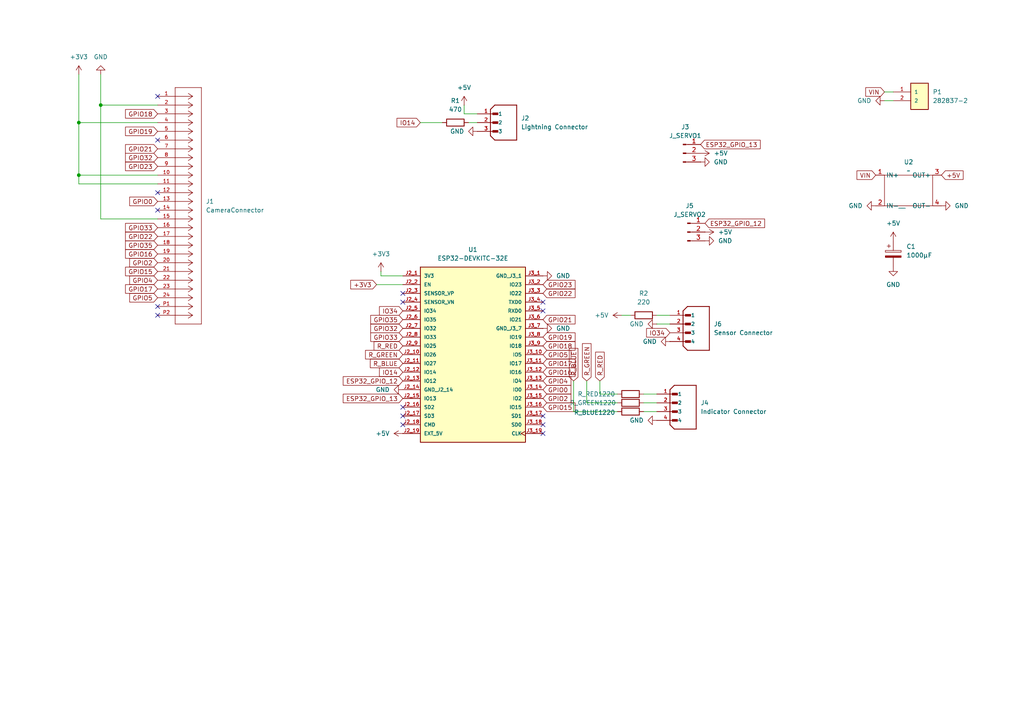
<source format=kicad_sch>
(kicad_sch (version 20250114) (generator "eeschema") (generator_version "9.0")
  (paper "A4")
  (lib_symbols
    (symbol "CameraConnector:5051102491" (pin_names (offset 1.016))
      (property "Reference" "J" (at 4.1656 5.3086 0))
      (property "Value" "5051102491" (at 4.8006 -31.5214 0))
      (symbol "5051102491_0_0"
        (polyline (pts (xy 5.08 2.54) (xy 5.08 -66.04)) (stroke (width 0.1524)))
        (polyline (pts (xy 5.08 -66.04) (xy 12.7 -66.04)) (stroke (width 0.1524)))
        (polyline (pts (xy 10.16 0) (xy 5.08 0)) (stroke (width 0.1524)))
        (polyline (pts (xy 10.16 0) (xy 8.89 0.8382)) (stroke (width 0.1524)))
        (polyline (pts (xy 10.16 0) (xy 8.89 -0.8382)) (stroke (width 0.1524)))
        (polyline (pts (xy 10.16 -2.54) (xy 5.08 -2.54)) (stroke (width 0.1524)))
        (polyline (pts (xy 10.16 -2.54) (xy 8.89 -1.7018)) (stroke (width 0.1524)))
        (polyline (pts (xy 10.16 -2.54) (xy 8.89 -3.3782)) (stroke (width 0.1524)))
        (polyline (pts (xy 10.16 -5.08) (xy 5.08 -5.08)) (stroke (width 0.1524)))
        (polyline (pts (xy 10.16 -5.08) (xy 8.89 -4.2418)) (stroke (width 0.1524)))
        (polyline (pts (xy 10.16 -5.08) (xy 8.89 -5.9182)) (stroke (width 0.1524)))
        (polyline (pts (xy 10.16 -7.62) (xy 5.08 -7.62)) (stroke (width 0.1524)))
        (polyline (pts (xy 10.16 -7.62) (xy 8.89 -6.7818)) (stroke (width 0.1524)))
        (polyline (pts (xy 10.16 -7.62) (xy 8.89 -8.4582)) (stroke (width 0.1524)))
        (polyline (pts (xy 10.16 -10.16) (xy 5.08 -10.16)) (stroke (width 0.1524)))
        (polyline (pts (xy 10.16 -10.16) (xy 8.89 -9.3218)) (stroke (width 0.1524)))
        (polyline (pts (xy 10.16 -10.16) (xy 8.89 -10.9982)) (stroke (width 0.1524)))
        (polyline (pts (xy 10.16 -12.7) (xy 5.08 -12.7)) (stroke (width 0.1524)))
        (polyline (pts (xy 10.16 -12.7) (xy 8.89 -11.8618)) (stroke (width 0.1524)))
        (polyline (pts (xy 10.16 -12.7) (xy 8.89 -13.5382)) (stroke (width 0.1524)))
        (polyline (pts (xy 10.16 -15.24) (xy 5.08 -15.24)) (stroke (width 0.1524)))
        (polyline (pts (xy 10.16 -15.24) (xy 8.89 -14.4018)) (stroke (width 0.1524)))
        (polyline (pts (xy 10.16 -15.24) (xy 8.89 -16.0782)) (stroke (width 0.1524)))
        (polyline (pts (xy 10.16 -17.78) (xy 5.08 -17.78)) (stroke (width 0.1524)))
        (polyline (pts (xy 10.16 -17.78) (xy 8.89 -16.9418)) (stroke (width 0.1524)))
        (polyline (pts (xy 10.16 -17.78) (xy 8.89 -18.6182)) (stroke (width 0.1524)))
        (polyline (pts (xy 10.16 -20.32) (xy 5.08 -20.32)) (stroke (width 0.1524)))
        (polyline (pts (xy 10.16 -20.32) (xy 8.89 -19.4818)) (stroke (width 0.1524)))
        (polyline (pts (xy 10.16 -20.32) (xy 8.89 -21.1582)) (stroke (width 0.1524)))
        (polyline (pts (xy 10.16 -22.86) (xy 5.08 -22.86)) (stroke (width 0.1524)))
        (polyline (pts (xy 10.16 -22.86) (xy 8.89 -22.0218)) (stroke (width 0.1524)))
        (polyline (pts (xy 10.16 -22.86) (xy 8.89 -23.6982)) (stroke (width 0.1524)))
        (polyline (pts (xy 10.16 -25.4) (xy 5.08 -25.4)) (stroke (width 0.1524)))
        (polyline (pts (xy 10.16 -25.4) (xy 8.89 -24.5618)) (stroke (width 0.1524)))
        (polyline (pts (xy 10.16 -25.4) (xy 8.89 -26.2382)) (stroke (width 0.1524)))
        (polyline (pts (xy 10.16 -27.94) (xy 5.08 -27.94)) (stroke (width 0.1524)))
        (polyline (pts (xy 10.16 -27.94) (xy 8.89 -27.1018)) (stroke (width 0.1524)))
        (polyline (pts (xy 10.16 -27.94) (xy 8.89 -28.7782)) (stroke (width 0.1524)))
        (polyline (pts (xy 10.16 -30.48) (xy 5.08 -30.48)) (stroke (width 0.1524)))
        (polyline (pts (xy 10.16 -30.48) (xy 8.89 -29.6418)) (stroke (width 0.1524)))
        (polyline (pts (xy 10.16 -30.48) (xy 8.89 -31.3182)) (stroke (width 0.1524)))
        (polyline (pts (xy 10.16 -33.02) (xy 5.08 -33.02)) (stroke (width 0.1524)))
        (polyline (pts (xy 10.16 -33.02) (xy 8.89 -32.1818)) (stroke (width 0.1524)))
        (polyline (pts (xy 10.16 -33.02) (xy 8.89 -33.8582)) (stroke (width 0.1524)))
        (polyline (pts (xy 10.16 -35.56) (xy 5.08 -35.56)) (stroke (width 0.1524)))
        (polyline (pts (xy 10.16 -35.56) (xy 8.89 -34.7218)) (stroke (width 0.1524)))
        (polyline (pts (xy 10.16 -35.56) (xy 8.89 -36.3982)) (stroke (width 0.1524)))
        (polyline (pts (xy 10.16 -38.1) (xy 5.08 -38.1)) (stroke (width 0.1524)))
        (polyline (pts (xy 10.16 -38.1) (xy 8.89 -37.2618)) (stroke (width 0.1524)))
        (polyline (pts (xy 10.16 -38.1) (xy 8.89 -38.9382)) (stroke (width 0.1524)))
        (polyline (pts (xy 10.16 -40.64) (xy 5.08 -40.64)) (stroke (width 0.1524)))
        (polyline (pts (xy 10.16 -40.64) (xy 8.89 -39.8018)) (stroke (width 0.1524)))
        (polyline (pts (xy 10.16 -40.64) (xy 8.89 -41.4782)) (stroke (width 0.1524)))
        (polyline (pts (xy 10.16 -43.18) (xy 5.08 -43.18)) (stroke (width 0.1524)))
        (polyline (pts (xy 10.16 -43.18) (xy 8.89 -42.3418)) (stroke (width 0.1524)))
        (polyline (pts (xy 10.16 -43.18) (xy 8.89 -44.0182)) (stroke (width 0.1524)))
        (polyline (pts (xy 10.16 -45.72) (xy 5.08 -45.72)) (stroke (width 0.1524)))
        (polyline (pts (xy 10.16 -45.72) (xy 8.89 -44.8818)) (stroke (width 0.1524)))
        (polyline (pts (xy 10.16 -45.72) (xy 8.89 -46.5582)) (stroke (width 0.1524)))
        (polyline (pts (xy 10.16 -48.26) (xy 5.08 -48.26)) (stroke (width 0.1524)))
        (polyline (pts (xy 10.16 -48.26) (xy 8.89 -47.4218)) (stroke (width 0.1524)))
        (polyline (pts (xy 10.16 -48.26) (xy 8.89 -49.0982)) (stroke (width 0.1524)))
        (polyline (pts (xy 10.16 -50.8) (xy 5.08 -50.8)) (stroke (width 0.1524)))
        (polyline (pts (xy 10.16 -50.8) (xy 8.89 -49.9618)) (stroke (width 0.1524)))
        (polyline (pts (xy 10.16 -50.8) (xy 8.89 -51.6382)) (stroke (width 0.1524)))
        (polyline (pts (xy 10.16 -53.34) (xy 5.08 -53.34)) (stroke (width 0.1524)))
        (polyline (pts (xy 10.16 -53.34) (xy 8.89 -52.5018)) (stroke (width 0.1524)))
        (polyline (pts (xy 10.16 -53.34) (xy 8.89 -54.1782)) (stroke (width 0.1524)))
        (polyline (pts (xy 10.16 -55.88) (xy 5.08 -55.88)) (stroke (width 0.1524)))
        (polyline (pts (xy 10.16 -55.88) (xy 8.89 -55.0418)) (stroke (width 0.1524)))
        (polyline (pts (xy 10.16 -55.88) (xy 8.89 -56.7182)) (stroke (width 0.1524)))
        (polyline (pts (xy 10.16 -58.42) (xy 5.08 -58.42)) (stroke (width 0.1524)))
        (polyline (pts (xy 10.16 -58.42) (xy 8.89 -57.5818)) (stroke (width 0.1524)))
        (polyline (pts (xy 10.16 -58.42) (xy 8.89 -59.2582)) (stroke (width 0.1524)))
        (polyline (pts (xy 10.16 -60.96) (xy 5.08 -60.96)) (stroke (width 0.1524)))
        (polyline (pts (xy 10.16 -60.96) (xy 8.89 -60.1218)) (stroke (width 0.1524)))
        (polyline (pts (xy 10.16 -60.96) (xy 8.89 -61.7982)) (stroke (width 0.1524)))
        (polyline (pts (xy 10.16 -63.5) (xy 5.08 -63.5)) (stroke (width 0.1524)))
        (polyline (pts (xy 10.16 -63.5) (xy 8.89 -62.6618)) (stroke (width 0.1524)))
        (polyline (pts (xy 10.16 -63.5) (xy 8.89 -64.3382)) (stroke (width 0.1524)))
        (polyline (pts (xy 12.7 2.54) (xy 5.08 2.54)) (stroke (width 0.1524)))
        (polyline (pts (xy 12.7 -66.04) (xy 12.7 2.54)) (stroke (width 0.1524)))
        (pin passive line (at 0 0 0) (length 5.08) (name "~") (number "1"))
        (pin passive line (at 0 -2.54 0) (length 5.08) (name "~") (number "2"))
        (pin passive line (at 0 -5.08 0) (length 5.08) (name "~") (number "3"))
        (pin passive line (at 0 -7.62 0) (length 5.08) (name "~") (number "4"))
        (pin passive line (at 0 -10.16 0) (length 5.08) (name "~") (number "5"))
        (pin passive line (at 0 -12.7 0) (length 5.08) (name "~") (number "6"))
        (pin passive line (at 0 -15.24 0) (length 5.08) (name "~") (number "7"))
        (pin passive line (at 0 -17.78 0) (length 5.08) (name "~") (number "8"))
        (pin passive line (at 0 -20.32 0) (length 5.08) (name "~") (number "9"))
        (pin passive line (at 0 -22.86 0) (length 5.08) (name "~") (number "10"))
        (pin passive line (at 0 -25.4 0) (length 5.08) (name "~") (number "11"))
        (pin passive line (at 0 -27.94 0) (length 5.08) (name "~") (number "12"))
        (pin passive line (at 0 -30.48 0) (length 5.08) (name "~") (number "13"))
        (pin passive line (at 0 -33.02 0) (length 5.08) (name "~") (number "14"))
        (pin passive line (at 0 -35.56 0) (length 5.08) (name "~") (number "15"))
        (pin passive line (at 0 -38.1 0) (length 5.08) (name "~") (number "16"))
        (pin passive line (at 0 -40.64 0) (length 5.08) (name "~") (number "17"))
        (pin passive line (at 0 -43.18 0) (length 5.08) (name "~") (number "18"))
        (pin passive line (at 0 -45.72 0) (length 5.08) (name "~") (number "19"))
        (pin passive line (at 0 -48.26 0) (length 5.08) (name "~") (number "20"))
        (pin passive line (at 0 -50.8 0) (length 5.08) (name "~") (number "21"))
        (pin passive line (at 0 -53.34 0) (length 5.08) (name "~") (number "22"))
        (pin passive line (at 0 -55.88 0) (length 5.08) (name "~") (number "23"))
        (pin passive line (at 0 -58.42 0) (length 5.08) (name "~") (number "24"))
        (pin passive line (at 0 -60.96 0) (length 5.08) (name "~") (number "P1"))
        (pin passive line (at 0 -63.5 0) (length 5.08) (name "~") (number "P2"))
      )
    )
    (symbol "Connector:Conn_01x03_Pin" (pin_names (offset 1.016) (hide yes))
      (property "Reference" "J" (at 0 5.08 0))
      (property "Value" "Conn_01x03_Pin" (at 0 -5.08 0))
      (symbol "Conn_01x03_Pin_1_1"
        (rectangle (start 0.8636 2.667) (end 0 2.413) (stroke (width 0.1524)) (fill (type outline)))
        (rectangle (start 0.8636 0.127) (end 0 -0.127) (stroke (width 0.1524)) (fill (type outline)))
        (rectangle (start 0.8636 -2.413) (end 0 -2.667) (stroke (width 0.1524)) (fill (type outline)))
        (polyline (pts (xy 1.27 2.54) (xy 0.8636 2.54)) (stroke (width 0.1524)))
        (polyline (pts (xy 1.27 0) (xy 0.8636 0)) (stroke (width 0.1524)))
        (polyline (pts (xy 1.27 -2.54) (xy 0.8636 -2.54)) (stroke (width 0.1524)))
        (pin passive line (at 5.08 2.54 180) (length 3.81) (name "Pin_1") (number "1"))
        (pin passive line (at 5.08 0 180) (length 3.81) (name "Pin_2") (number "2"))
        (pin passive line (at 5.08 -2.54 180) (length 3.81) (name "Pin_3") (number "3"))
      )
    )
    (symbol "Device:C_Polarized" (pin_numbers (hide yes)) (pin_names (offset 0.254))
      (property "Reference" "C" (at 0.635 2.54 0))
      (property "Value" "C_Polarized" (at 0.635 -2.54 0))
      (symbol "C_Polarized_0_1"
        (rectangle (start -2.286 0.508) (end 2.286 1.016))
        (polyline (pts (xy -1.778 2.286) (xy -0.762 2.286)))
        (polyline (pts (xy -1.27 2.794) (xy -1.27 1.778)))
        (rectangle (start 2.286 -0.508) (end -2.286 -1.016) (fill (type outline)))
      )
      (symbol "C_Polarized_1_1"
        (pin passive line (at 0 3.81 270) (length 2.794) (name "~") (number "1"))
        (pin passive line (at 0 -3.81 90) (length 2.794) (name "~") (number "2"))
      )
    )
    (symbol "Device:R" (pin_numbers (hide yes)) (pin_names (offset 0))
      (property "Reference" "R" (at 2.032 0 90))
      (property "Value" "R" (at 0 0 90))
      (symbol "R_0_1"
        (rectangle (start -1.016 -2.54) (end 1.016 2.54) (stroke (width 0.254)))
      )
      (symbol "R_1_1"
        (pin passive line (at 0 3.81 270) (length 1.27) (name "~") (number "1"))
        (pin passive line (at 0 -3.81 90) (length 1.27) (name "~") (number "2"))
      )
    )
    (symbol "ESP32:ESP32-DEVKITC-32E" (pin_names (offset 1.016))
      (property "Reference" "U1" (at 0 30.48 0))
      (property "Value" "ESP32-DEVKITC-32E" (at 0 27.94 0))
      (symbol "ESP32-DEVKITC-32E_0_0"
        (rectangle (start -15.24 -25.4) (end 15.24 25.4) (stroke (width 0.254)) (fill (type background)))
        (pin input line (at -20.32 20.32 0) (length 5.08) (name "EN") (number "J2_2"))
        (pin bidirectional line (at -20.32 17.78 0) (length 5.08) (name "SENSOR_VP") (number "J2_3"))
        (pin bidirectional line (at -20.32 15.24 0) (length 5.08) (name "SENSOR_VN") (number "J2_4"))
        (pin bidirectional line (at -20.32 12.7 0) (length 5.08) (name "IO34") (number "J2_5"))
        (pin bidirectional line (at -20.32 10.16 0) (length 5.08) (name "IO35") (number "J2_6"))
        (pin bidirectional line (at -20.32 7.62 0) (length 5.08) (name "IO32") (number "J2_7"))
        (pin bidirectional line (at -20.32 5.08 0) (length 5.08) (name "IO33") (number "J2_8"))
        (pin bidirectional line (at -20.32 2.54 0) (length 5.08) (name "IO25") (number "J2_9"))
        (pin bidirectional line (at -20.32 0 0) (length 5.08) (name "IO26") (number "J2_10"))
        (pin bidirectional line (at -20.32 -2.54 0) (length 5.08) (name "IO27") (number "J2_11"))
        (pin bidirectional line (at -20.32 -5.08 0) (length 5.08) (name "IO14") (number "J2_12"))
        (pin bidirectional line (at -20.32 -7.62 0) (length 5.08) (name "IO12") (number "J2_13"))
        (pin bidirectional line (at -20.32 -12.7 0) (length 5.08) (name "IO13") (number "J2_15"))
        (pin bidirectional line (at -20.32 -15.24 0) (length 5.08) (name "SD2") (number "J2_16"))
        (pin bidirectional line (at -20.32 -17.78 0) (length 5.08) (name "SD3") (number "J2_17"))
        (pin bidirectional line (at -20.32 -20.32 0) (length 5.08) (name "CMD") (number "J2_18"))
        (pin power_in line (at -20.32 -22.86 0) (length 5.08) (name "EXT_5V") (number "J2_19"))
        (pin bidirectional line (at 20.32 20.32 180) (length 5.08) (name "IO23") (number "J3_2"))
        (pin bidirectional line (at 20.32 17.78 180) (length 5.08) (name "IO22") (number "J3_3"))
        (pin bidirectional line (at 20.32 15.24 180) (length 5.08) (name "TXD0") (number "J3_4"))
        (pin bidirectional line (at 20.32 12.7 180) (length 5.08) (name "RXD0") (number "J3_5"))
        (pin bidirectional line (at 20.32 10.16 180) (length 5.08) (name "IO21") (number "J3_6"))
        (pin bidirectional line (at 20.32 5.08 180) (length 5.08) (name "IO19") (number "J3_8"))
        (pin bidirectional line (at 20.32 2.54 180) (length 5.08) (name "IO18") (number "J3_9"))
        (pin bidirectional line (at 20.32 0 180) (length 5.08) (name "IO5") (number "J3_10"))
        (pin bidirectional line (at 20.32 -2.54 180) (length 5.08) (name "IO17") (number "J3_11"))
        (pin bidirectional line (at 20.32 -5.08 180) (length 5.08) (name "IO16") (number "J3_12"))
        (pin bidirectional line (at 20.32 -7.62 180) (length 5.08) (name "IO4") (number "J3_13"))
        (pin bidirectional line (at 20.32 -10.16 180) (length 5.08) (name "IO0") (number "J3_14"))
        (pin bidirectional line (at 20.32 -12.7 180) (length 5.08) (name "IO2") (number "J3_15"))
        (pin bidirectional line (at 20.32 -15.24 180) (length 5.08) (name "IO15") (number "J3_16"))
        (pin bidirectional line (at 20.32 -17.78 180) (length 5.08) (name "SD1") (number "J3_17"))
        (pin bidirectional line (at 20.32 -20.32 180) (length 5.08) (name "SD0") (number "J3_18"))
        (pin bidirectional clock (at 20.32 -22.86 180) (length 5.08) (name "CLK") (number "J3_19"))
      )
      (symbol "ESP32-DEVKITC-32E_1_0"
        (pin power_out line (at -20.32 22.86 0) (length 5.08) (name "3V3") (number "J2_1"))
        (pin power_in line (at -20.32 -10.16 0) (length 5.08) (name "GND_J2_14") (number "J2_14"))
        (pin power_in line (at 20.32 22.86 180) (length 5.08) (name "GND_J3_1") (number "J3_1"))
        (pin power_in line (at 20.32 7.62 180) (length 5.08) (name "GND_J3_7") (number "J3_7"))
      )
    )
    (symbol "LightningConnector:B3B-XH-A" (pin_names (offset 1.016))
      (property "Reference" "J" (at -2.54 6.35 0))
      (property "Value" "B3B-XH-A" (at -2.54 -7.62 0))
      (symbol "B3B-XH-A_0_0"
        (polyline (pts (xy -3.81 3.81) (xy -3.81 -3.81)) (stroke (width 0.254)))
        (polyline (pts (xy -3.81 3.81) (xy -2.54 5.08)) (stroke (width 0.254)))
        (polyline (pts (xy -3.81 -3.81) (xy -2.54 -5.08)) (stroke (width 0.254)))
        (rectangle (start -3.175 2.2225) (end -1.5875 2.8575) (stroke (width 0.1)) (fill (type outline)))
        (rectangle (start -3.175 -0.3175) (end -1.5875 0.3175) (stroke (width 0.1)) (fill (type outline)))
        (rectangle (start -3.175 -2.8575) (end -1.5875 -2.2225) (stroke (width 0.1)) (fill (type outline)))
        (polyline (pts (xy -2.54 -5.08) (xy 3.81 -5.08)) (stroke (width 0.254)))
        (polyline (pts (xy 3.81 5.08) (xy -2.54 5.08)) (stroke (width 0.254)))
        (polyline (pts (xy 3.81 -5.08) (xy 3.81 5.08)) (stroke (width 0.254)))
        (pin passive line (at -7.62 2.54 0) (length 5.08) (name "1") (number "1"))
        (pin passive line (at -7.62 0 0) (length 5.08) (name "2") (number "2"))
        (pin passive line (at -7.62 -2.54 0) (length 5.08) (name "3") (number "3"))
      )
    )
    (symbol "My_Modules:LM2596_Module"
      (property "Reference" "U2" (at -3.175 2.54 0))
      (property "Value" "~" (at -3.175 0 0))
      (symbol "LM2596_Module_0_1"
        (rectangle (start -10.16 -1.27) (end 3.81 -10.16))
      )
      (symbol "LM2596_Module_1_1"
        (pin power_in line (at -12.7 -1.27 0) (length 2.54) (name "IN+") (number "1"))
        (pin power_in line (at -12.7 -10.16 0) (length 2.54) (name "IN-__") (number "2"))
        (pin power_out line (at 6.35 -1.27 180) (length 2.54) (name "OUT+") (number "3"))
        (pin power_out line (at 6.35 -10.16 180) (length 2.54) (name "OUT-") (number "4"))
      )
    )
    (symbol "PowerConnector:282837-2" (pin_names (offset 1.016))
      (property "Reference" "P1" (at 3.81 0.0001 0))
      (property "Value" "282837-2" (at 3.81 -2.5399 0))
      (symbol "282837-2_0_0"
        (rectangle (start -2.54 -5.08) (end 2.54 2.54) (stroke (width 0.254)) (fill (type background)))
        (pin passive line (at -7.62 -2.54 0) (length 5.08) (name "2") (number "2"))
      )
      (symbol "282837-2_1_0"
        (pin power_out line (at -7.62 0 0) (length 5.08) (name "1") (number "1"))
      )
    )
    (symbol "SensorIndicatorConnector:B4B-XH-A" (pin_names (offset 1.016))
      (property "Reference" "J" (at -2.54 6.35 0))
      (property "Value" "B4B-XH-A" (at -2.54 -10.16 0))
      (symbol "B4B-XH-A_0_0"
        (polyline (pts (xy -3.81 3.81) (xy -3.81 -6.35)) (stroke (width 0.254)))
        (polyline (pts (xy -3.81 3.81) (xy -2.54 5.08)) (stroke (width 0.254)))
        (polyline (pts (xy -3.81 -6.35) (xy -2.54 -7.62)) (stroke (width 0.254)))
        (rectangle (start -3.175 2.2225) (end -1.5875 2.8575) (stroke (width 0.1)) (fill (type outline)))
        (rectangle (start -3.175 -0.3175) (end -1.5875 0.3175) (stroke (width 0.1)) (fill (type outline)))
        (rectangle (start -3.175 -2.8575) (end -1.5875 -2.2225) (stroke (width 0.1)) (fill (type outline)))
        (rectangle (start -3.175 -5.3975) (end -1.5875 -4.7625) (stroke (width 0.1)) (fill (type outline)))
        (polyline (pts (xy -2.54 -7.62) (xy 3.81 -7.62)) (stroke (width 0.254)))
        (polyline (pts (xy 3.81 5.08) (xy -2.54 5.08)) (stroke (width 0.254)))
        (polyline (pts (xy 3.81 -7.62) (xy 3.81 5.08)) (stroke (width 0.254)))
        (pin passive line (at -7.62 2.54 0) (length 5.08) (name "1") (number "1"))
        (pin passive line (at -7.62 0 0) (length 5.08) (name "2") (number "2"))
        (pin passive line (at -7.62 -2.54 0) (length 5.08) (name "3") (number "3"))
        (pin passive line (at -7.62 -5.08 0) (length 5.08) (name "4") (number "4"))
      )
    )
    (symbol "power:+3V3" (power) (pin_numbers (hide yes)) (pin_names (offset 0) (hide yes))
      (property "Value" "+3V3" (at 0 3.556 0))
      (symbol "+3V3_0_1"
        (polyline (pts (xy -0.762 1.27) (xy 0 2.54)))
        (polyline (pts (xy 0 2.54) (xy 0.762 1.27)))
        (polyline (pts (xy 0 0) (xy 0 2.54)))
      )
      (symbol "+3V3_1_1"
        (pin power_in line (at 0 0 90) (length 0) (name "~") (number "1"))
      )
    )
    (symbol "power:+5V" (power) (pin_numbers (hide yes)) (pin_names (offset 0) (hide yes))
      (property "Value" "+5V" (at 0 3.556 0))
      (symbol "+5V_0_1"
        (polyline (pts (xy -0.762 1.27) (xy 0 2.54)))
        (polyline (pts (xy 0 2.54) (xy 0.762 1.27)))
        (polyline (pts (xy 0 0) (xy 0 2.54)))
      )
      (symbol "+5V_1_1"
        (pin power_in line (at 0 0 90) (length 0) (name "~") (number "1"))
      )
    )
    (symbol "power:GND" (power) (pin_numbers (hide yes)) (pin_names (offset 0) (hide yes))
      (property "Value" "GND" (at 0 -3.81 0))
      (symbol "GND_0_1"
        (polyline (pts (xy 0 0) (xy 0 -1.27) (xy 1.27 -1.27) (xy 0 -2.54) (xy -1.27 -1.27) (xy 0 -1.27)))
      )
      (symbol "GND_1_1"
        (pin power_in line (at 0 0 270) (length 0) (name "~") (number "1"))
      )
    )
  )
  (junction (at 22.86 35.56))
  (junction (at 22.86 50.8))
  (junction (at 29.21 30.48))
  (no_connect (at 157.48 120.65))
  (no_connect (at 45.72 88.9))
  (no_connect (at 116.84 120.65))
  (no_connect (at 157.48 87.63))
  (no_connect (at 116.84 87.63))
  (no_connect (at 45.72 55.88))
  (no_connect (at 157.48 90.17))
  (no_connect (at 116.84 123.19))
  (no_connect (at 45.72 91.44))
  (no_connect (at 157.48 125.73))
  (no_connect (at 45.72 60.96))
  (no_connect (at 45.72 27.94))
  (no_connect (at 45.72 40.64))
  (no_connect (at 116.84 118.11))
  (no_connect (at 157.48 123.19))
  (no_connect (at 116.84 85.09))
  (wire (pts (xy 134.62 30.48) (xy 134.62 33.02)))
  (wire (pts (xy 29.21 63.5) (xy 29.21 30.48)))
  (wire (pts (xy 22.86 35.56) (xy 22.86 21.59)))
  (wire (pts (xy 121.92 35.56) (xy 128.27 35.56)))
  (wire (pts (xy 180.34 91.44) (xy 182.88 91.44)))
  (wire (pts (xy 259.08 29.21) (xy 256.54 29.21)))
  (wire (pts (xy 190.5 91.44) (xy 194.31 91.44)))
  (wire (pts (xy 186.69 116.84) (xy 190.5 116.84)))
  (wire (pts (xy 179.07 114.3) (xy 173.99 114.3)))
  (wire (pts (xy 170.18 110.49) (xy 170.18 116.84)))
  (wire (pts (xy 190.5 93.98) (xy 194.31 93.98)))
  (wire (pts (xy 109.22 82.55) (xy 116.84 82.55)))
  (wire (pts (xy 186.69 119.38) (xy 190.5 119.38)))
  (wire (pts (xy 45.72 35.56) (xy 22.86 35.56)))
  (wire (pts (xy 29.21 21.59) (xy 29.21 30.48)))
  (wire (pts (xy 22.86 53.34) (xy 22.86 50.8)))
  (wire (pts (xy 110.49 78.74) (xy 110.49 80.01)))
  (wire (pts (xy 135.89 35.56) (xy 138.43 35.56)))
  (wire (pts (xy 138.43 33.02) (xy 134.62 33.02)))
  (wire (pts (xy 45.72 30.48) (xy 29.21 30.48)))
  (wire (pts (xy 173.99 110.49) (xy 173.99 114.3)))
  (wire (pts (xy 45.72 63.5) (xy 29.21 63.5)))
  (wire (pts (xy 259.08 26.67) (xy 256.54 26.67)))
  (wire (pts (xy 166.37 110.49) (xy 166.37 119.38)))
  (wire (pts (xy 179.07 119.38) (xy 166.37 119.38)))
  (wire (pts (xy 116.84 80.01) (xy 110.49 80.01)))
  (wire (pts (xy 45.72 53.34) (xy 22.86 53.34)))
  (wire (pts (xy 179.07 116.84) (xy 170.18 116.84)))
  (wire (pts (xy 186.69 114.3) (xy 190.5 114.3)))
  (wire (pts (xy 22.86 50.8) (xy 22.86 35.56)))
  (wire (pts (xy 45.72 50.8) (xy 22.86 50.8)))
  (global_label "GPIO23" (shape input) (at 157.48 82.55 0) (property "Intersheetrefs" "${INTERSHEET_REFS}" (effects (hide yes))))
  (global_label "GPIO5" (shape input) (at 45.72 86.36 180) (property "Intersheetrefs" "${INTERSHEET_REFS}" (effects (hide yes))))
  (global_label "GPIO33" (shape input) (at 45.72 66.04 180) (property "Intersheetrefs" "${INTERSHEET_REFS}" (effects (hide yes))))
  (global_label "R_RED" (shape input) (at 173.99 110.49 90) (property "Intersheetrefs" "${INTERSHEET_REFS}" (effects (hide yes))))
  (global_label "GPIO17" (shape input) (at 157.48 105.41 0) (property "Intersheetrefs" "${INTERSHEET_REFS}" (effects (hide yes))))
  (global_label "GPIO4" (shape input) (at 45.72 81.28 180) (property "Intersheetrefs" "${INTERSHEET_REFS}" (effects (hide yes))))
  (global_label "IO14" (shape input) (at 121.92 35.56 180) (property "Intersheetrefs" "${INTERSHEET_REFS}" (effects (hide yes))))
  (global_label "GPIO32" (shape input) (at 45.72 45.72 180) (property "Intersheetrefs" "${INTERSHEET_REFS}" (effects (hide yes))))
  (global_label "GPIO35" (shape input) (at 45.72 71.12 180) (property "Intersheetrefs" "${INTERSHEET_REFS}" (effects (hide yes))))
  (global_label "GPIO2" (shape input) (at 45.72 76.2 180) (property "Intersheetrefs" "${INTERSHEET_REFS}" (effects (hide yes))))
  (global_label "R_GREEN" (shape input) (at 170.18 110.49 90) (property "Intersheetrefs" "${INTERSHEET_REFS}" (effects (hide yes))))
  (global_label "IO14" (shape input) (at 116.84 107.95 180) (property "Intersheetrefs" "${INTERSHEET_REFS}" (effects (hide yes))))
  (global_label "VIN" (shape input) (at 254 50.8 180) (property "Intersheetrefs" "${INTERSHEET_REFS}" (effects (hide yes))))
  (global_label "R_RED" (shape input) (at 116.84 100.33 180) (property "Intersheetrefs" "${INTERSHEET_REFS}" (effects (hide yes))))
  (global_label "IO34" (shape input) (at 116.84 90.17 180) (property "Intersheetrefs" "${INTERSHEET_REFS}" (effects (hide yes))))
  (global_label "ESP32_GPIO_13" (shape input) (at 116.84 115.57 180) (property "Intersheetrefs" "${INTERSHEET_REFS}" (effects (hide yes))))
  (global_label "GPIO15" (shape input) (at 45.72 78.74 180) (property "Intersheetrefs" "${INTERSHEET_REFS}" (effects (hide yes))))
  (global_label "GPIO2" (shape input) (at 157.48 115.57 0) (property "Intersheetrefs" "${INTERSHEET_REFS}" (effects (hide yes))))
  (global_label "GPIO22" (shape input) (at 157.48 85.09 0) (property "Intersheetrefs" "${INTERSHEET_REFS}" (effects (hide yes))))
  (global_label "ESP32_GPIO_12" (shape input) (at 116.84 110.49 180) (property "Intersheetrefs" "${INTERSHEET_REFS}" (effects (hide yes))))
  (global_label "GPIO19" (shape input) (at 45.72 38.1 180) (property "Intersheetrefs" "${INTERSHEET_REFS}" (effects (hide yes))))
  (global_label "GPIO0" (shape input) (at 157.48 113.03 0) (property "Intersheetrefs" "${INTERSHEET_REFS}" (effects (hide yes))))
  (global_label "GPIO0" (shape input) (at 45.72 58.42 180) (property "Intersheetrefs" "${INTERSHEET_REFS}" (effects (hide yes))))
  (global_label "GPIO16" (shape input) (at 45.72 73.66 180) (property "Intersheetrefs" "${INTERSHEET_REFS}" (effects (hide yes))))
  (global_label "+5V" (shape input) (at 273.05 50.8 0) (property "Intersheetrefs" "${INTERSHEET_REFS}" (effects (hide yes))))
  (global_label "ESP32_GPIO_13" (shape input) (at 203.2 41.91 0) (property "Intersheetrefs" "${INTERSHEET_REFS}" (effects (hide yes))))
  (global_label "ESP32_GPIO_12" (shape input) (at 204.47 64.77 0) (property "Intersheetrefs" "${INTERSHEET_REFS}" (effects (hide yes))))
  (global_label "+3V3" (shape input) (at 109.22 82.55 180) (property "Intersheetrefs" "${INTERSHEET_REFS}" (effects (hide yes))))
  (global_label "GPIO33" (shape input) (at 116.84 97.79 180) (property "Intersheetrefs" "${INTERSHEET_REFS}" (effects (hide yes))))
  (global_label "GPIO4" (shape input) (at 157.48 110.49 0) (property "Intersheetrefs" "${INTERSHEET_REFS}" (effects (hide yes))))
  (global_label "GPIO17" (shape input) (at 45.72 83.82 180) (property "Intersheetrefs" "${INTERSHEET_REFS}" (effects (hide yes))))
  (global_label "GPIO18" (shape input) (at 157.48 100.33 0) (property "Intersheetrefs" "${INTERSHEET_REFS}" (effects (hide yes))))
  (global_label "GPIO35" (shape input) (at 116.84 92.71 180) (property "Intersheetrefs" "${INTERSHEET_REFS}" (effects (hide yes))))
  (global_label "GPIO21" (shape input) (at 45.72 43.18 180) (property "Intersheetrefs" "${INTERSHEET_REFS}" (effects (hide yes))))
  (global_label "GPIO18" (shape input) (at 45.72 33.02 180) (property "Intersheetrefs" "${INTERSHEET_REFS}" (effects (hide yes))))
  (global_label "GPIO32" (shape input) (at 116.84 95.25 180) (property "Intersheetrefs" "${INTERSHEET_REFS}" (effects (hide yes))))
  (global_label "GPIO5" (shape input) (at 157.48 102.87 0) (property "Intersheetrefs" "${INTERSHEET_REFS}" (effects (hide yes))))
  (global_label "VIN" (shape input) (at 256.54 26.67 180) (property "Intersheetrefs" "${INTERSHEET_REFS}" (effects (hide yes))))
  (global_label "GPIO22" (shape input) (at 45.72 68.58 180) (property "Intersheetrefs" "${INTERSHEET_REFS}" (effects (hide yes))))
  (global_label "R_BLUE" (shape input) (at 166.37 110.49 90) (property "Intersheetrefs" "${INTERSHEET_REFS}" (effects (hide yes))))
  (global_label "R_GREEN" (shape input) (at 116.84 102.87 180) (property "Intersheetrefs" "${INTERSHEET_REFS}" (effects (hide yes))))
  (global_label "R_BLUE" (shape input) (at 116.84 105.41 180) (property "Intersheetrefs" "${INTERSHEET_REFS}" (effects (hide yes))))
  (global_label "GPIO21" (shape input) (at 157.48 92.71 0) (property "Intersheetrefs" "${INTERSHEET_REFS}" (effects (hide yes))))
  (global_label "GPIO15" (shape input) (at 157.48 118.11 0) (property "Intersheetrefs" "${INTERSHEET_REFS}" (effects (hide yes))))
  (global_label "IO34" (shape input) (at 194.31 96.52 180) (property "Intersheetrefs" "${INTERSHEET_REFS}" (effects (hide yes))))
  (global_label "GPIO16" (shape input) (at 157.48 107.95 0) (property "Intersheetrefs" "${INTERSHEET_REFS}" (effects (hide yes))))
  (global_label "GPIO19" (shape input) (at 157.48 97.79 0) (property "Intersheetrefs" "${INTERSHEET_REFS}" (effects (hide yes))))
  (global_label "GPIO23" (shape input) (at 45.72 48.26 180) (property "Intersheetrefs" "${INTERSHEET_REFS}" (effects (hide yes))))
  (symbol (lib_id "power:GND") (at 203.2 46.99 90) (unit 1)
    (property "Reference" "#PWR012" (effects (hide yes)))
    (property "Value" "GND" (at 207.01 46.9899 90) (effects (justify right)))
    (property "Description" "Power symbol creates a global label with name \"GND\" , ground" (effects (hide yes)))
  )
  (symbol (lib_id "LightningConnector:B3B-XH-A") (at 146.05 35.56 0) (unit 1)
    (property "Reference" "J2" (at 151.13 34.2899 0) (effects (justify left)))
    (property "Value" "Lightning Connector" (at 151.13 36.8299 0) (effects (justify left)))
    (property "Footprint" "library:LightningConnector" (effects (hide yes)))
    (property "DigiKey_Part_Number" "455-2248-ND" (effects (hide yes)))
    (property "SnapEDA_Link" "https://www.snapeda.com/parts/B3B-XH-A/JST/view-part/?ref=snap" (effects (hide yes)))
    (property "MAXIMUM_PACKAGE_HEIGHT" "7.00 mm" (effects (hide yes)))
    (property "Package" "None" (effects (hide yes)))
    (property "Check_prices" "https://www.snapeda.com/parts/B3B-XH-A/JST/view-part/?ref=eda" (effects (hide yes)))
    (property "STANDARD" "Manufacturer Recommendations" (effects (hide yes)))
    (property "PARTREV" "7/4/21" (effects (hide yes)))
    (property "MF" "JST Sales" (effects (hide yes)))
    (property "MP" "B3B-XH-A" (effects (hide yes)))
    (property "Description_1" "Connector Header Through Hole 3 position 0.098 (2.50mm)" (effects (hide yes)))
    (property "MANUFACTURER" "JST Sales America Inc." (effects (hide yes)))
  )
  (symbol (lib_id "power:GND") (at 254 59.69 270) (unit 1)
    (property "Reference" "#PWR015" (effects (hide yes)))
    (property "Value" "GND" (at 250.19 59.6899 90) (effects (justify right)))
    (property "Description" "Power symbol creates a global label with name \"GND\" , ground" (effects (hide yes)))
  )
  (symbol (lib_id "Device:R") (at 182.88 114.3 90) (unit 1)
    (property "Reference" "R_RED1" (at 171.196 114.3 90))
    (property "Value" "220" (at 176.53 114.3 90))
    (property "Footprint" "library:IndicatorResistor" (effects (hide yes)))
    (property "Description" "Resistor" (effects (hide yes)))
  )
  (symbol (lib_id "PowerConnector:282837-2") (at 266.7 26.67 0) (unit 1)
    (property "Reference" "P1" (at 270.51 26.6699 0) (effects (justify left)))
    (property "Value" "282837-2" (at 270.51 29.2099 0) (effects (justify left)))
    (property "Footprint" "library:PowerConnector" (effects (hide yes)))
    (property "MF" "On Shore" (effects (hide yes)))
    (property "DESCRIPTION" "TERMINAL BLOCK 3.5MM 2POS PCB" (effects (hide yes)))
    (property "PACKAGE" "None" (effects (hide yes)))
    (property "PRICE" "0.28 USD" (effects (hide yes)))
    (property "PARTREV" "G3" (effects (hide yes)))
    (property "MP" "OSTTE020104" (effects (hide yes)))
    (property "AVAILABILITY" "Good" (effects (hide yes)))
  )
  (symbol (lib_id "SensorIndicatorConnector:B4B-XH-A") (at 198.12 116.84 0) (unit 1)
    (property "Reference" "J4" (at 203.2 116.8399 0) (effects (justify left)))
    (property "Value" "Indicator Connector" (at 203.2 119.3799 0) (effects (justify left)))
    (property "Footprint" "library:SensorIndicatorConnector" (effects (hide yes)))
    (property "DigiKey_Part_Number" "455-B4B-XH-A-ND" (effects (hide yes)))
    (property "SnapEDA_Link" "https://www.snapeda.com/parts/B4B-XH-A/JST/view-part/?ref=snap" (effects (hide yes)))
    (property "MAXIMUM_PACKAGE_HEIGHT" "7.00 mm" (effects (hide yes)))
    (property "Package" "None" (effects (hide yes)))
    (property "Check_prices" "https://www.snapeda.com/parts/B4B-XH-A/JST/view-part/?ref=eda" (effects (hide yes)))
    (property "STANDARD" "Manufacturer Recommendations" (effects (hide yes)))
    (property "PARTREV" "7/4/21" (effects (hide yes)))
    (property "MF" "JST" (effects (hide yes)))
    (property "MP" "B4B-XH-A" (effects (hide yes)))
    (property "Description_1" "Conn Shrouded Header (4 Sides) HDR 4 POS 2.5mm Solder ST Top Entry Thru-Hole Box" (effects (hide yes)))
    (property "MANUFACTURER" "JST" (effects (hide yes)))
  )
  (symbol (lib_id "Device:R") (at 186.69 91.44 90) (unit 1)
    (property "Reference" "R2" (at 186.69 85.09 90))
    (property "Value" "220" (at 186.69 87.63 90))
    (property "Footprint" "library:IndicatorResistor" (effects (hide yes)))
    (property "Description" "Resistor" (effects (hide yes)))
  )
  (symbol (lib_id "power:GND") (at 157.48 95.25 90) (unit 1)
    (property "Reference" "#PWR06" (effects (hide yes)))
    (property "Value" "GND" (at 161.29 95.2499 90) (effects (justify right)))
    (property "Description" "Power symbol creates a global label with name \"GND\" , ground" (effects (hide yes)))
  )
  (symbol (lib_id "power:GND") (at 259.08 77.47 0) (unit 1)
    (property "Reference" "#PWR018" (effects (hide yes)))
    (property "Value" "GND" (at 259.08 82.55 0))
    (property "Description" "Power symbol creates a global label with name \"GND\" , ground" (effects (hide yes)))
  )
  (symbol (lib_id "power:GND") (at 273.05 59.69 90) (unit 1)
    (property "Reference" "#PWR020" (effects (hide yes)))
    (property "Value" "GND" (at 276.86 59.6899 90) (effects (justify right)))
    (property "Description" "Power symbol creates a global label with name \"GND\" , ground" (effects (hide yes)))
  )
  (symbol (lib_id "power:+5V") (at 203.2 44.45 270) (unit 1)
    (property "Reference" "#PWR011" (effects (hide yes)))
    (property "Value" "+5V" (at 207.01 44.4499 90) (effects (justify left)))
    (property "Description" "Power symbol creates a global label with name \"+5V\"" (effects (hide yes)))
  )
  (symbol (lib_id "Device:R") (at 182.88 119.38 90) (unit 1)
    (property "Reference" "R_BLUE1" (at 170.688 119.634 90))
    (property "Value" "220" (at 176.53 119.634 90))
    (property "Footprint" "library:IndicatorResistor" (effects (hide yes)))
    (property "Description" "Resistor" (effects (hide yes)))
  )
  (symbol (lib_id "Connector:Conn_01x03_Pin") (at 199.39 67.31 0) (unit 1)
    (property "Reference" "J5" (at 200.025 59.69 0))
    (property "Value" "J_SERVO2" (at 200.025 62.23 0))
    (property "Footprint" "library:ServoConnector" (effects (hide yes)))
    (property "Description" "Generic connector, single row, 01x03, script generated" (effects (hide yes)))
  )
  (symbol (lib_id "Device:C_Polarized") (at 259.08 73.66 0) (unit 1)
    (property "Reference" "C1" (at 262.89 71.5009 0) (effects (justify left)))
    (property "Value" "1000µF" (at 262.89 74.0409 0) (effects (justify left)))
    (property "Footprint" "library:1000UFCapacitor" (effects (hide yes)))
    (property "Description" "Polarized capacitor" (effects (hide yes)))
  )
  (symbol (lib_id "Device:R") (at 182.88 116.84 90) (unit 1)
    (property "Reference" "R_GREEN1" (at 170.18 116.84 90))
    (property "Value" "220" (at 176.784 116.84 90))
    (property "Footprint" "library:IndicatorResistor" (effects (hide yes)))
    (property "Description" "Resistor" (effects (hide yes)))
  )
  (symbol (lib_id "My_Modules:LM2596_Module") (at 266.7 49.53 0) (unit 1)
    (property "Reference" "U2" (at 263.525 46.99 0))
    (property "Value" "~" (at 263.525 49.53 0))
    (property "Footprint" "My_Modules:LM2596_Module" (effects (hide yes)))
  )
  (symbol (lib_id "power:+3V3") (at 110.49 78.74 0) (unit 1)
    (property "Reference" "#PWR021" (effects (hide yes)))
    (property "Value" "+3V3" (at 110.49 73.66 0))
    (property "Description" "Power symbol creates a global label with name \"+3V3\"" (effects (hide yes)))
  )
  (symbol (lib_id "power:GND") (at 256.54 29.21 270) (unit 1)
    (property "Reference" "#PWR016" (effects (hide yes)))
    (property "Value" "GND" (at 252.73 29.2099 90) (effects (justify right)))
    (property "Description" "Power symbol creates a global label with name \"GND\" , ground" (effects (hide yes)))
  )
  (symbol (lib_id "power:+5V") (at 116.84 125.73 90) (unit 1)
    (property "Reference" "#PWR03" (effects (hide yes)))
    (property "Value" "+5V" (at 113.03 125.7299 90) (effects (justify left)))
    (property "Description" "Power symbol creates a global label with name \"+5V\"" (effects (hide yes)))
  )
  (symbol (lib_id "power:GND") (at 138.43 38.1 270) (unit 1)
    (property "Reference" "#PWR05" (effects (hide yes)))
    (property "Value" "GND" (at 134.62 38.0999 90) (effects (justify right)))
    (property "Description" "Power symbol creates a global label with name \"GND\" , ground" (effects (hide yes)))
  )
  (symbol (lib_id "power:+5V") (at 204.47 67.31 270) (unit 1)
    (property "Reference" "#PWR013" (effects (hide yes)))
    (property "Value" "+5V" (at 208.28 67.3099 90) (effects (justify left)))
    (property "Description" "Power symbol creates a global label with name \"+5V\"" (effects (hide yes)))
  )
  (symbol (lib_id "Device:R") (at 132.08 35.56 90) (unit 1)
    (property "Reference" "R1" (at 132.08 29.21 90))
    (property "Value" "470" (at 132.08 31.75 90))
    (property "Footprint" "library:LightningResistor" (effects (hide yes)))
    (property "Description" "Resistor" (effects (hide yes)))
  )
  (symbol (lib_id "power:GND") (at 204.47 69.85 90) (unit 1)
    (property "Reference" "#PWR014" (effects (hide yes)))
    (property "Value" "GND" (at 208.28 69.8499 90) (effects (justify right)))
    (property "Description" "Power symbol creates a global label with name \"GND\" , ground" (effects (hide yes)))
  )
  (symbol (lib_id "power:+5V") (at 134.62 30.48 0) (unit 1)
    (property "Reference" "#PWR04" (effects (hide yes)))
    (property "Value" "+5V" (at 134.62 25.4 0))
    (property "Description" "Power symbol creates a global label with name \"+5V\"" (effects (hide yes)))
  )
  (symbol (lib_id "power:GND") (at 157.48 80.01 90) (unit 1)
    (property "Reference" "#PWR023" (effects (hide yes)))
    (property "Value" "GND" (at 161.29 80.0099 90) (effects (justify right)))
    (property "Description" "Power symbol creates a global label with name \"GND\" , ground" (effects (hide yes)))
  )
  (symbol (lib_id "ESP32:ESP32-DEVKITC-32E") (at 137.16 102.87 0) (unit 1)
    (property "Reference" "U1" (at 137.16 72.39 0))
    (property "Value" "ESP32-DEVKITC-32E" (at 137.16 74.93 0))
    (property "Footprint" "library:ESP32" (effects (hide yes)))
    (property "PARTREV" "1.4" (effects (hide yes)))
    (property "STANDARD" "Manufacturer Recommendations" (effects (hide yes)))
    (property "MANUFACTURER" "Espressif Systems" (effects (hide yes)))
  )
  (symbol (lib_id "power:GND") (at 29.21 21.59 180) (unit 1)
    (property "Reference" "#PWR02" (effects (hide yes)))
    (property "Value" "GND" (at 29.21 16.51 0))
    (property "Description" "Power symbol creates a global label with name \"GND\" , ground" (effects (hide yes)))
  )
  (symbol (lib_id "power:GND") (at 194.31 99.06 270) (unit 1)
    (property "Reference" "#PWR010" (effects (hide yes)))
    (property "Value" "GND" (at 190.5 99.0599 90) (effects (justify right)))
    (property "Description" "Power symbol creates a global label with name \"GND\" , ground" (effects (hide yes)))
  )
  (symbol (lib_id "power:GND") (at 116.84 113.03 270) (unit 1)
    (property "Reference" "#PWR022" (effects (hide yes)))
    (property "Value" "GND" (at 113.03 113.0299 90) (effects (justify right)))
    (property "Description" "Power symbol creates a global label with name \"GND\" , ground" (effects (hide yes)))
  )
  (symbol (lib_id "power:+5V") (at 259.08 69.85 0) (unit 1)
    (property "Reference" "#PWR017" (effects (hide yes)))
    (property "Value" "+5V" (at 259.08 64.77 0))
    (property "Description" "Power symbol creates a global label with name \"+5V\"" (effects (hide yes)))
  )
  (symbol (lib_id "Connector:Conn_01x03_Pin") (at 198.12 44.45 0) (unit 1)
    (property "Reference" "J3" (at 198.755 36.83 0))
    (property "Value" "J_SERVO1" (at 198.755 39.37 0))
    (property "Footprint" "library:ServoConnector" (effects (hide yes)))
    (property "Description" "Generic connector, single row, 01x03, script generated" (effects (hide yes)))
  )
  (symbol (lib_id "power:GND") (at 190.5 121.92 270) (unit 1)
    (property "Reference" "#PWR09" (effects (hide yes)))
    (property "Value" "GND" (at 186.69 121.9199 90) (effects (justify right)))
    (property "Description" "Power symbol creates a global label with name \"GND\" , ground" (effects (hide yes)))
  )
  (symbol (lib_id "SensorIndicatorConnector:B4B-XH-A") (at 201.93 93.98 0) (unit 1)
    (property "Reference" "J6" (at 207.01 93.9799 0) (effects (justify left)))
    (property "Value" "Sensor Connector" (at 207.01 96.5199 0) (effects (justify left)))
    (property "Footprint" "library:SensorIndicatorConnector" (effects (hide yes)))
    (property "DigiKey_Part_Number" "455-B4B-XH-A-ND" (effects (hide yes)))
    (property "SnapEDA_Link" "https://www.snapeda.com/parts/B4B-XH-A/JST/view-part/?ref=snap" (effects (hide yes)))
    (property "MAXIMUM_PACKAGE_HEIGHT" "7.00 mm" (effects (hide yes)))
    (property "Package" "None" (effects (hide yes)))
    (property "Check_prices" "https://www.snapeda.com/parts/B4B-XH-A/JST/view-part/?ref=eda" (effects (hide yes)))
    (property "STANDARD" "Manufacturer Recommendations" (effects (hide yes)))
    (property "PARTREV" "7/4/21" (effects (hide yes)))
    (property "MF" "JST" (effects (hide yes)))
    (property "MP" "B4B-XH-A" (effects (hide yes)))
    (property "Description_1" "Conn Shrouded Header (4 Sides) HDR 4 POS 2.5mm Solder ST Top Entry Thru-Hole Box" (effects (hide yes)))
    (property "MANUFACTURER" "JST" (effects (hide yes)))
  )
  (symbol (lib_id "power:+5V") (at 180.34 91.44 90) (unit 1)
    (property "Reference" "#PWR07" (effects (hide yes)))
    (property "Value" "+5V" (at 176.53 91.4399 90) (effects (justify left)))
    (property "Description" "Power symbol creates a global label with name \"+5V\"" (effects (hide yes)))
  )
  (symbol (lib_id "power:+3V3") (at 22.86 21.59 0) (unit 1)
    (property "Reference" "#PWR01" (effects (hide yes)))
    (property "Value" "+3V3" (at 22.86 16.51 0))
    (property "Description" "Power symbol creates a global label with name \"+3V3\"" (effects (hide yes)))
  )
  (symbol (lib_id "power:GND") (at 190.5 93.98 270) (unit 1)
    (property "Reference" "#PWR08" (effects (hide yes)))
    (property "Value" "GND" (at 186.69 93.9799 90) (effects (justify right)))
    (property "Description" "Power symbol creates a global label with name \"GND\" , ground" (effects (hide yes)))
  )
  (symbol (lib_id "CameraConnector:5051102491") (at 45.72 27.94 0) (unit 1)
    (property "Reference" "J1" (at 59.69 58.4199 0) (effects (justify left)))
    (property "Value" "CameraConnector" (at 59.69 60.9599 0) (effects (justify left)))
    (property "Footprint" "library:CameraConnector" (effects (hide yes)))
    (property "SnapEDA_Link" "https://www.snapeda.com/parts/5051102491/Molex/view-part/?ref=snap" (effects (hide yes)))
    (property "Description_1" "24 Position FFC, FPC Connector Contacts, Bottom 0.020 (0.50mm) Surface Mount, Right Angle" (effects (hide yes)))
    (property "Package" "None" (effects (hide yes)))
    (property "Check_prices" "https://www.snapeda.com/parts/5051102491/Molex/view-part/?ref=eda" (effects (hide yes)))
    (property "MF" "Molex" (effects (hide yes)))
    (property "MP" "5051102491" (effects (hide yes)))
    (property "MFR_NAME" "Molex Connector Corporation" (effects (hide yes)))
    (property "MANUFACTURER_PART_NUMBER" "5051102491" (effects (hide yes)))
  )
)
</source>
